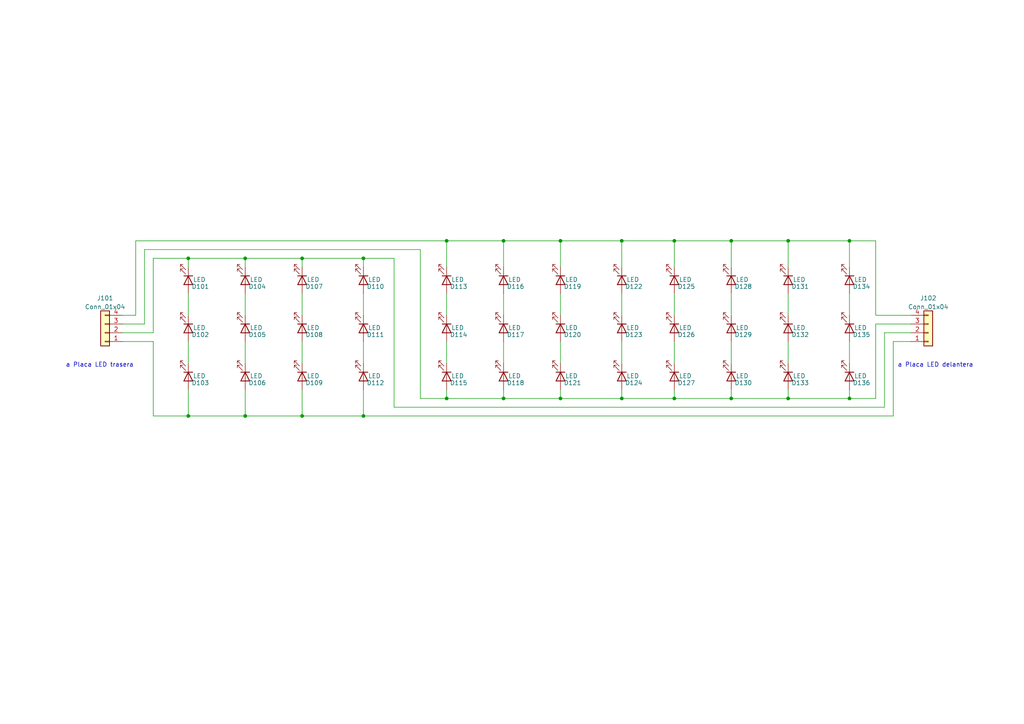
<source format=kicad_sch>
(kicad_sch (version 20211123) (generator eeschema)

  (uuid 8574a2f1-712e-44eb-bf22-1ce7dc326b8a)

  (paper "A4")

  (title_block
    (title "Barra de Cortocircuito para 3er Riel")
    (date "2022-07-12")
    (rev "2.2")
  )

  (lib_symbols
    (symbol "Connector_Generic:Conn_01x04" (pin_names (offset 1.016) hide) (in_bom yes) (on_board yes)
      (property "Reference" "J" (id 0) (at 0 5.08 0)
        (effects (font (size 1.27 1.27)))
      )
      (property "Value" "Conn_01x04" (id 1) (at 0 -7.62 0)
        (effects (font (size 1.27 1.27)))
      )
      (property "Footprint" "" (id 2) (at 0 0 0)
        (effects (font (size 1.27 1.27)) hide)
      )
      (property "Datasheet" "~" (id 3) (at 0 0 0)
        (effects (font (size 1.27 1.27)) hide)
      )
      (property "ki_keywords" "connector" (id 4) (at 0 0 0)
        (effects (font (size 1.27 1.27)) hide)
      )
      (property "ki_description" "Generic connector, single row, 01x04, script generated (kicad-library-utils/schlib/autogen/connector/)" (id 5) (at 0 0 0)
        (effects (font (size 1.27 1.27)) hide)
      )
      (property "ki_fp_filters" "Connector*:*_1x??_*" (id 6) (at 0 0 0)
        (effects (font (size 1.27 1.27)) hide)
      )
      (symbol "Conn_01x04_1_1"
        (rectangle (start -1.27 -4.953) (end 0 -5.207)
          (stroke (width 0.1524) (type default) (color 0 0 0 0))
          (fill (type none))
        )
        (rectangle (start -1.27 -2.413) (end 0 -2.667)
          (stroke (width 0.1524) (type default) (color 0 0 0 0))
          (fill (type none))
        )
        (rectangle (start -1.27 0.127) (end 0 -0.127)
          (stroke (width 0.1524) (type default) (color 0 0 0 0))
          (fill (type none))
        )
        (rectangle (start -1.27 2.667) (end 0 2.413)
          (stroke (width 0.1524) (type default) (color 0 0 0 0))
          (fill (type none))
        )
        (rectangle (start -1.27 3.81) (end 1.27 -6.35)
          (stroke (width 0.254) (type default) (color 0 0 0 0))
          (fill (type background))
        )
        (pin passive line (at -5.08 2.54 0) (length 3.81)
          (name "Pin_1" (effects (font (size 1.27 1.27))))
          (number "1" (effects (font (size 1.27 1.27))))
        )
        (pin passive line (at -5.08 0 0) (length 3.81)
          (name "Pin_2" (effects (font (size 1.27 1.27))))
          (number "2" (effects (font (size 1.27 1.27))))
        )
        (pin passive line (at -5.08 -2.54 0) (length 3.81)
          (name "Pin_3" (effects (font (size 1.27 1.27))))
          (number "3" (effects (font (size 1.27 1.27))))
        )
        (pin passive line (at -5.08 -5.08 0) (length 3.81)
          (name "Pin_4" (effects (font (size 1.27 1.27))))
          (number "4" (effects (font (size 1.27 1.27))))
        )
      )
    )
    (symbol "Device:LED" (pin_numbers hide) (pin_names (offset 1.016) hide) (in_bom yes) (on_board yes)
      (property "Reference" "D" (id 0) (at 0 2.54 0)
        (effects (font (size 1.27 1.27)))
      )
      (property "Value" "LED" (id 1) (at 0 -2.54 0)
        (effects (font (size 1.27 1.27)))
      )
      (property "Footprint" "" (id 2) (at 0 0 0)
        (effects (font (size 1.27 1.27)) hide)
      )
      (property "Datasheet" "~" (id 3) (at 0 0 0)
        (effects (font (size 1.27 1.27)) hide)
      )
      (property "ki_keywords" "LED diode" (id 4) (at 0 0 0)
        (effects (font (size 1.27 1.27)) hide)
      )
      (property "ki_description" "Light emitting diode" (id 5) (at 0 0 0)
        (effects (font (size 1.27 1.27)) hide)
      )
      (property "ki_fp_filters" "LED* LED_SMD:* LED_THT:*" (id 6) (at 0 0 0)
        (effects (font (size 1.27 1.27)) hide)
      )
      (symbol "LED_0_1"
        (polyline
          (pts
            (xy -1.27 -1.27)
            (xy -1.27 1.27)
          )
          (stroke (width 0.254) (type default) (color 0 0 0 0))
          (fill (type none))
        )
        (polyline
          (pts
            (xy -1.27 0)
            (xy 1.27 0)
          )
          (stroke (width 0) (type default) (color 0 0 0 0))
          (fill (type none))
        )
        (polyline
          (pts
            (xy 1.27 -1.27)
            (xy 1.27 1.27)
            (xy -1.27 0)
            (xy 1.27 -1.27)
          )
          (stroke (width 0.254) (type default) (color 0 0 0 0))
          (fill (type none))
        )
        (polyline
          (pts
            (xy -3.048 -0.762)
            (xy -4.572 -2.286)
            (xy -3.81 -2.286)
            (xy -4.572 -2.286)
            (xy -4.572 -1.524)
          )
          (stroke (width 0) (type default) (color 0 0 0 0))
          (fill (type none))
        )
        (polyline
          (pts
            (xy -1.778 -0.762)
            (xy -3.302 -2.286)
            (xy -2.54 -2.286)
            (xy -3.302 -2.286)
            (xy -3.302 -1.524)
          )
          (stroke (width 0) (type default) (color 0 0 0 0))
          (fill (type none))
        )
      )
      (symbol "LED_1_1"
        (pin passive line (at -3.81 0 0) (length 2.54)
          (name "K" (effects (font (size 1.27 1.27))))
          (number "1" (effects (font (size 1.27 1.27))))
        )
        (pin passive line (at 3.81 0 180) (length 2.54)
          (name "A" (effects (font (size 1.27 1.27))))
          (number "2" (effects (font (size 1.27 1.27))))
        )
      )
    )
  )

  (junction (at 129.54 115.57) (diameter 0) (color 0 0 0 0)
    (uuid 021ba211-0d6d-4e47-9c04-da96996ae444)
  )
  (junction (at 54.61 120.65) (diameter 0) (color 0 0 0 0)
    (uuid 078b996c-62c5-449e-8c3e-b9facb88abd8)
  )
  (junction (at 228.6 69.85) (diameter 0) (color 0 0 0 0)
    (uuid 23fe603d-4be3-4148-8368-8f97ecc31c17)
  )
  (junction (at 212.09 115.57) (diameter 0) (color 0 0 0 0)
    (uuid 2ae8e471-57f3-4c19-a091-647da102ffaf)
  )
  (junction (at 71.12 74.93) (diameter 0) (color 0 0 0 0)
    (uuid 50c3bb68-b00a-41be-bc0a-49fcdcec8b1f)
  )
  (junction (at 146.05 69.85) (diameter 0) (color 0 0 0 0)
    (uuid 50d4c914-f2f4-4669-9848-25e875618d9d)
  )
  (junction (at 180.34 69.85) (diameter 0) (color 0 0 0 0)
    (uuid 5ee42e93-ea25-4dec-9f2d-24e7646bee17)
  )
  (junction (at 129.54 69.85) (diameter 0) (color 0 0 0 0)
    (uuid 67065a1f-8312-4275-b167-c41df68c640c)
  )
  (junction (at 180.34 115.57) (diameter 0) (color 0 0 0 0)
    (uuid 67e4c62c-512f-45e8-9797-46aab567f469)
  )
  (junction (at 87.63 74.93) (diameter 0) (color 0 0 0 0)
    (uuid 69c452f0-6bf8-464c-bdd0-0e2d25d344c5)
  )
  (junction (at 105.41 74.93) (diameter 0) (color 0 0 0 0)
    (uuid 69d647eb-c79d-4e24-9564-7c19fde8f700)
  )
  (junction (at 162.56 115.57) (diameter 0) (color 0 0 0 0)
    (uuid 80ce53d6-166b-4eee-860a-c2d7c4ff277a)
  )
  (junction (at 162.56 69.85) (diameter 0) (color 0 0 0 0)
    (uuid 8ed77f6e-8b23-4e7e-8470-ae36d44ca60c)
  )
  (junction (at 195.58 69.85) (diameter 0) (color 0 0 0 0)
    (uuid 92d9f360-9295-4735-995b-075bc8c0a090)
  )
  (junction (at 228.6 115.57) (diameter 0) (color 0 0 0 0)
    (uuid 94491dab-bcc1-41a4-baf7-d8ad7e31a4a1)
  )
  (junction (at 54.61 74.93) (diameter 0) (color 0 0 0 0)
    (uuid 94c09777-2dcd-4639-858f-44d9d373818c)
  )
  (junction (at 246.38 115.57) (diameter 0) (color 0 0 0 0)
    (uuid a483422f-aa51-44db-91db-1fb490761851)
  )
  (junction (at 246.38 69.85) (diameter 0) (color 0 0 0 0)
    (uuid aa7efc0b-003b-4204-9773-2b56ff3c4bbf)
  )
  (junction (at 212.09 69.85) (diameter 0) (color 0 0 0 0)
    (uuid b82c80de-f2a2-4d01-9344-873a26af7bb1)
  )
  (junction (at 71.12 120.65) (diameter 0) (color 0 0 0 0)
    (uuid b99d6407-3f3e-431f-b7c2-e34d6d4fab3d)
  )
  (junction (at 87.63 120.65) (diameter 0) (color 0 0 0 0)
    (uuid d5dcb1ed-97b5-457e-95c8-fe24fd92b0b4)
  )
  (junction (at 105.41 120.65) (diameter 0) (color 0 0 0 0)
    (uuid dde3f3a6-314b-47af-9c5f-0b9e98bae1dc)
  )
  (junction (at 195.58 115.57) (diameter 0) (color 0 0 0 0)
    (uuid f34dc213-91a2-4714-bd9a-14f8c1279f4a)
  )
  (junction (at 146.05 115.57) (diameter 0) (color 0 0 0 0)
    (uuid f6d0cf9e-23c9-4ced-97ad-4bb33f43f3d0)
  )

  (wire (pts (xy 162.56 99.06) (xy 162.56 105.41))
    (stroke (width 0) (type default) (color 0 0 0 0))
    (uuid 01f839b0-0d6a-456f-a7eb-d8882853bffb)
  )
  (wire (pts (xy 228.6 99.06) (xy 228.6 105.41))
    (stroke (width 0) (type default) (color 0 0 0 0))
    (uuid 02097544-9d15-42fe-8dc8-f46428d88539)
  )
  (wire (pts (xy 212.09 69.85) (xy 212.09 77.47))
    (stroke (width 0) (type default) (color 0 0 0 0))
    (uuid 0425184d-9dd4-4d3a-8f95-0167668f5476)
  )
  (wire (pts (xy 256.54 96.52) (xy 264.16 96.52))
    (stroke (width 0) (type default) (color 0 0 0 0))
    (uuid 078c3542-132f-41a5-aa90-74cf8cf5c3a7)
  )
  (wire (pts (xy 212.09 115.57) (xy 228.6 115.57))
    (stroke (width 0) (type default) (color 0 0 0 0))
    (uuid 089b3277-17b4-4b1a-8662-296a3ebfaf2b)
  )
  (wire (pts (xy 228.6 113.03) (xy 228.6 115.57))
    (stroke (width 0) (type default) (color 0 0 0 0))
    (uuid 0d324ae0-580a-4c45-8ccf-6a2d234beb13)
  )
  (wire (pts (xy 259.08 99.06) (xy 259.08 120.65))
    (stroke (width 0) (type default) (color 0 0 0 0))
    (uuid 0f048af8-94a5-4708-911f-0b63fc79d181)
  )
  (wire (pts (xy 180.34 69.85) (xy 180.34 77.47))
    (stroke (width 0) (type default) (color 0 0 0 0))
    (uuid 10203456-cfd5-42dc-b24d-7490a2b06955)
  )
  (wire (pts (xy 195.58 113.03) (xy 195.58 115.57))
    (stroke (width 0) (type default) (color 0 0 0 0))
    (uuid 130ef429-878b-4282-881e-0360bf09adb6)
  )
  (wire (pts (xy 41.91 72.39) (xy 41.91 93.98))
    (stroke (width 0) (type default) (color 0 0 0 0))
    (uuid 1361473f-388b-4fbe-93e1-303535ee8932)
  )
  (wire (pts (xy 246.38 115.57) (xy 246.38 113.03))
    (stroke (width 0) (type default) (color 0 0 0 0))
    (uuid 14c0d514-baac-45ec-8aca-e39e57ef5099)
  )
  (wire (pts (xy 254 69.85) (xy 254 91.44))
    (stroke (width 0) (type default) (color 0 0 0 0))
    (uuid 196bac12-459b-4484-b17c-ebc0e4e4b1f6)
  )
  (wire (pts (xy 39.37 91.44) (xy 35.56 91.44))
    (stroke (width 0) (type default) (color 0 0 0 0))
    (uuid 1a287b17-c407-4e9a-83a2-7cbb7a0485fe)
  )
  (wire (pts (xy 105.41 77.47) (xy 105.41 74.93))
    (stroke (width 0) (type default) (color 0 0 0 0))
    (uuid 1e1438c6-6318-4940-95e9-b0141e7d3a6f)
  )
  (wire (pts (xy 87.63 74.93) (xy 105.41 74.93))
    (stroke (width 0) (type default) (color 0 0 0 0))
    (uuid 1ebe07b5-d64d-4b9b-964a-1f1c95c395eb)
  )
  (wire (pts (xy 228.6 69.85) (xy 228.6 77.47))
    (stroke (width 0) (type default) (color 0 0 0 0))
    (uuid 22a0523d-11f4-4d4e-9511-c9fe68b1714f)
  )
  (wire (pts (xy 44.45 99.06) (xy 44.45 120.65))
    (stroke (width 0) (type default) (color 0 0 0 0))
    (uuid 22f6e241-b144-492b-96db-d91404122b28)
  )
  (wire (pts (xy 87.63 120.65) (xy 105.41 120.65))
    (stroke (width 0) (type default) (color 0 0 0 0))
    (uuid 239e31b6-fc37-4054-b3a6-a8a68910ad93)
  )
  (wire (pts (xy 162.56 115.57) (xy 180.34 115.57))
    (stroke (width 0) (type default) (color 0 0 0 0))
    (uuid 28b82518-d5c8-4d5e-9b2d-445d2a16da0c)
  )
  (wire (pts (xy 146.05 115.57) (xy 162.56 115.57))
    (stroke (width 0) (type default) (color 0 0 0 0))
    (uuid 2c49fe94-ccf2-4e8e-ba3e-3d60978a6e1e)
  )
  (wire (pts (xy 87.63 113.03) (xy 87.63 120.65))
    (stroke (width 0) (type default) (color 0 0 0 0))
    (uuid 2d4dd2fb-5eb4-40f4-9ae8-40f8e6e8b72d)
  )
  (wire (pts (xy 87.63 74.93) (xy 71.12 74.93))
    (stroke (width 0) (type default) (color 0 0 0 0))
    (uuid 2e2765c8-ff6d-4453-8759-1ffbbc36e862)
  )
  (wire (pts (xy 146.05 85.09) (xy 146.05 91.44))
    (stroke (width 0) (type default) (color 0 0 0 0))
    (uuid 30e2edf6-4fe1-4d0e-8340-1f01eddef974)
  )
  (wire (pts (xy 228.6 115.57) (xy 246.38 115.57))
    (stroke (width 0) (type default) (color 0 0 0 0))
    (uuid 39be9d13-ce89-4dc2-b8d5-57f48562fcb3)
  )
  (wire (pts (xy 129.54 115.57) (xy 121.92 115.57))
    (stroke (width 0) (type default) (color 0 0 0 0))
    (uuid 39ea1eab-cb8f-46d4-aadb-fe3dee40392e)
  )
  (wire (pts (xy 180.34 115.57) (xy 180.34 113.03))
    (stroke (width 0) (type default) (color 0 0 0 0))
    (uuid 3bf7929a-1ed4-42e3-a630-2a1daee2336b)
  )
  (wire (pts (xy 212.09 85.09) (xy 212.09 91.44))
    (stroke (width 0) (type default) (color 0 0 0 0))
    (uuid 3f11e614-26ef-4a56-859d-420aaee1d497)
  )
  (wire (pts (xy 195.58 85.09) (xy 195.58 91.44))
    (stroke (width 0) (type default) (color 0 0 0 0))
    (uuid 3f12ce61-437a-43bb-a3c9-94d6e2f90cd7)
  )
  (wire (pts (xy 54.61 74.93) (xy 71.12 74.93))
    (stroke (width 0) (type default) (color 0 0 0 0))
    (uuid 4b5dd554-2606-41e1-aabd-878c1eed75ec)
  )
  (wire (pts (xy 264.16 91.44) (xy 254 91.44))
    (stroke (width 0) (type default) (color 0 0 0 0))
    (uuid 4c12ab24-ef5f-4843-a66c-540fee15acdc)
  )
  (wire (pts (xy 254 115.57) (xy 246.38 115.57))
    (stroke (width 0) (type default) (color 0 0 0 0))
    (uuid 4ccfca08-80f7-49fe-ade4-e2e0f89a45bd)
  )
  (wire (pts (xy 44.45 74.93) (xy 44.45 96.52))
    (stroke (width 0) (type default) (color 0 0 0 0))
    (uuid 4ff6e797-3824-47e8-9347-c602c582e87a)
  )
  (wire (pts (xy 195.58 69.85) (xy 195.58 77.47))
    (stroke (width 0) (type default) (color 0 0 0 0))
    (uuid 504a3027-80cc-4bca-b8c3-be07a721618e)
  )
  (wire (pts (xy 129.54 69.85) (xy 146.05 69.85))
    (stroke (width 0) (type default) (color 0 0 0 0))
    (uuid 55cae49f-21dc-4eed-81a2-9b7a6c5898a1)
  )
  (wire (pts (xy 246.38 69.85) (xy 246.38 77.47))
    (stroke (width 0) (type default) (color 0 0 0 0))
    (uuid 574c4191-3e1d-4c4b-a8bc-8eabdc6697f9)
  )
  (wire (pts (xy 105.41 99.06) (xy 105.41 105.41))
    (stroke (width 0) (type default) (color 0 0 0 0))
    (uuid 57b2bac6-b26b-40b1-8749-8ee085fe5d74)
  )
  (wire (pts (xy 114.3 118.11) (xy 256.54 118.11))
    (stroke (width 0) (type default) (color 0 0 0 0))
    (uuid 5c4f794d-079e-47c8-a29c-3426c78d09b9)
  )
  (wire (pts (xy 195.58 69.85) (xy 212.09 69.85))
    (stroke (width 0) (type default) (color 0 0 0 0))
    (uuid 5ed6793f-365d-478e-abd9-e9d9f54924cf)
  )
  (wire (pts (xy 146.05 99.06) (xy 146.05 105.41))
    (stroke (width 0) (type default) (color 0 0 0 0))
    (uuid 62e4fce6-26e9-4e50-a9de-77723b5cca92)
  )
  (wire (pts (xy 259.08 99.06) (xy 264.16 99.06))
    (stroke (width 0) (type default) (color 0 0 0 0))
    (uuid 66807d0e-1658-4fbb-a367-89da2f09ef4e)
  )
  (wire (pts (xy 44.45 74.93) (xy 54.61 74.93))
    (stroke (width 0) (type default) (color 0 0 0 0))
    (uuid 69c6d231-8b5d-4d56-b928-d711005a6784)
  )
  (wire (pts (xy 114.3 74.93) (xy 114.3 118.11))
    (stroke (width 0) (type default) (color 0 0 0 0))
    (uuid 6ceee9e6-27b1-451b-8a92-732c0b20e3c1)
  )
  (wire (pts (xy 54.61 120.65) (xy 71.12 120.65))
    (stroke (width 0) (type default) (color 0 0 0 0))
    (uuid 6ea3c350-7db0-4aee-a1cf-972ee4fa00bf)
  )
  (wire (pts (xy 105.41 85.09) (xy 105.41 91.44))
    (stroke (width 0) (type default) (color 0 0 0 0))
    (uuid 710e1f7a-49ce-4484-ad17-7444e68ce68a)
  )
  (wire (pts (xy 71.12 113.03) (xy 71.12 120.65))
    (stroke (width 0) (type default) (color 0 0 0 0))
    (uuid 785f0005-b425-4b7c-8b07-d2eb05231a73)
  )
  (wire (pts (xy 54.61 113.03) (xy 54.61 120.65))
    (stroke (width 0) (type default) (color 0 0 0 0))
    (uuid 787d088d-3922-411f-90ac-ba853b7a3840)
  )
  (wire (pts (xy 129.54 69.85) (xy 39.37 69.85))
    (stroke (width 0) (type default) (color 0 0 0 0))
    (uuid 81a771da-1275-47b8-8f4b-5bd9807727c2)
  )
  (wire (pts (xy 71.12 99.06) (xy 71.12 105.41))
    (stroke (width 0) (type default) (color 0 0 0 0))
    (uuid 827f1987-a15b-4504-a75b-a762e80949ee)
  )
  (wire (pts (xy 35.56 93.98) (xy 41.91 93.98))
    (stroke (width 0) (type default) (color 0 0 0 0))
    (uuid 8298e236-e819-4f12-8fd3-c78e0b115e46)
  )
  (wire (pts (xy 87.63 77.47) (xy 87.63 74.93))
    (stroke (width 0) (type default) (color 0 0 0 0))
    (uuid 87c28fb9-25b2-43d1-8eba-c11ea2bdd4d2)
  )
  (wire (pts (xy 180.34 115.57) (xy 195.58 115.57))
    (stroke (width 0) (type default) (color 0 0 0 0))
    (uuid 89d20320-86a6-46ad-a42a-8c2314733154)
  )
  (wire (pts (xy 105.41 113.03) (xy 105.41 120.65))
    (stroke (width 0) (type default) (color 0 0 0 0))
    (uuid 8e62da42-1333-454e-b04c-3fd2444f939f)
  )
  (wire (pts (xy 54.61 77.47) (xy 54.61 74.93))
    (stroke (width 0) (type default) (color 0 0 0 0))
    (uuid 958c0a7d-da86-47d3-99fe-c34b4f04b645)
  )
  (wire (pts (xy 39.37 69.85) (xy 39.37 91.44))
    (stroke (width 0) (type default) (color 0 0 0 0))
    (uuid 9757ddb2-d793-41db-a771-7c185d46b21b)
  )
  (wire (pts (xy 146.05 69.85) (xy 162.56 69.85))
    (stroke (width 0) (type default) (color 0 0 0 0))
    (uuid 99040265-218a-4f05-b4fe-9051febb017d)
  )
  (wire (pts (xy 129.54 113.03) (xy 129.54 115.57))
    (stroke (width 0) (type default) (color 0 0 0 0))
    (uuid 9bc7aed0-7f17-4e6c-b662-816b115ea6f4)
  )
  (wire (pts (xy 246.38 69.85) (xy 254 69.85))
    (stroke (width 0) (type default) (color 0 0 0 0))
    (uuid 9cc380ee-a499-47f7-9586-e605f6b367f7)
  )
  (wire (pts (xy 162.56 69.85) (xy 180.34 69.85))
    (stroke (width 0) (type default) (color 0 0 0 0))
    (uuid 9d2d029a-57a5-4055-bf83-60317ae493b1)
  )
  (wire (pts (xy 71.12 85.09) (xy 71.12 91.44))
    (stroke (width 0) (type default) (color 0 0 0 0))
    (uuid a049b2c7-c671-4f1b-93bd-312295c9f6dc)
  )
  (wire (pts (xy 162.56 113.03) (xy 162.56 115.57))
    (stroke (width 0) (type default) (color 0 0 0 0))
    (uuid a0bf76e4-6cbb-445a-976b-85af6c07e732)
  )
  (wire (pts (xy 121.92 115.57) (xy 121.92 72.39))
    (stroke (width 0) (type default) (color 0 0 0 0))
    (uuid a1e681d4-4b3e-408f-a33a-4f29eb99d346)
  )
  (wire (pts (xy 254 93.98) (xy 264.16 93.98))
    (stroke (width 0) (type default) (color 0 0 0 0))
    (uuid a49f1e02-d3a6-449d-a985-cc9f52df6190)
  )
  (wire (pts (xy 162.56 69.85) (xy 162.56 77.47))
    (stroke (width 0) (type default) (color 0 0 0 0))
    (uuid a50c9bf0-394b-4fe6-bbe4-3a3bcc23d7cd)
  )
  (wire (pts (xy 195.58 115.57) (xy 212.09 115.57))
    (stroke (width 0) (type default) (color 0 0 0 0))
    (uuid a8be7647-0e55-4d8b-9e25-4ff0a9d2338d)
  )
  (wire (pts (xy 256.54 96.52) (xy 256.54 118.11))
    (stroke (width 0) (type default) (color 0 0 0 0))
    (uuid a9ed50ef-143b-489f-94a0-ff36a1d00ee2)
  )
  (wire (pts (xy 162.56 85.09) (xy 162.56 91.44))
    (stroke (width 0) (type default) (color 0 0 0 0))
    (uuid ac643886-d90c-494a-9507-30ce84efb262)
  )
  (wire (pts (xy 105.41 120.65) (xy 259.08 120.65))
    (stroke (width 0) (type default) (color 0 0 0 0))
    (uuid aebb0e10-c72c-4624-bb35-48cd20067dbb)
  )
  (wire (pts (xy 212.09 99.06) (xy 212.09 105.41))
    (stroke (width 0) (type default) (color 0 0 0 0))
    (uuid b1218fac-7410-4bd3-8948-41ac84e534ca)
  )
  (wire (pts (xy 246.38 85.09) (xy 246.38 91.44))
    (stroke (width 0) (type default) (color 0 0 0 0))
    (uuid b53818c0-35e1-4eb8-90e0-e7ed07f2fcee)
  )
  (wire (pts (xy 129.54 69.85) (xy 129.54 77.47))
    (stroke (width 0) (type default) (color 0 0 0 0))
    (uuid b6e53515-7b5c-4462-ac58-92f315670d48)
  )
  (wire (pts (xy 254 93.98) (xy 254 115.57))
    (stroke (width 0) (type default) (color 0 0 0 0))
    (uuid b8e13119-53d9-4006-a114-de866b916f03)
  )
  (wire (pts (xy 212.09 113.03) (xy 212.09 115.57))
    (stroke (width 0) (type default) (color 0 0 0 0))
    (uuid bb4731c2-8d38-4c47-90f3-c6e72cf3c81c)
  )
  (wire (pts (xy 87.63 99.06) (xy 87.63 105.41))
    (stroke (width 0) (type default) (color 0 0 0 0))
    (uuid c41b122d-8752-4ca2-bf8a-5ad41fadd33e)
  )
  (wire (pts (xy 71.12 74.93) (xy 71.12 77.47))
    (stroke (width 0) (type default) (color 0 0 0 0))
    (uuid c45d2f23-a7d9-422b-9063-6351fa9e261a)
  )
  (wire (pts (xy 228.6 85.09) (xy 228.6 91.44))
    (stroke (width 0) (type default) (color 0 0 0 0))
    (uuid c677ba88-a62e-4a6b-be7e-00c7eed5a1b5)
  )
  (wire (pts (xy 41.91 72.39) (xy 121.92 72.39))
    (stroke (width 0) (type default) (color 0 0 0 0))
    (uuid c7c9e79d-ecf2-4925-a9e3-a35fe2b3ece7)
  )
  (wire (pts (xy 246.38 99.06) (xy 246.38 105.41))
    (stroke (width 0) (type default) (color 0 0 0 0))
    (uuid cc599932-8d3c-49bb-9176-947f605f25ba)
  )
  (wire (pts (xy 44.45 120.65) (xy 54.61 120.65))
    (stroke (width 0) (type default) (color 0 0 0 0))
    (uuid cdd5373c-a7d9-4365-b8d6-1dc68adb718e)
  )
  (wire (pts (xy 105.41 74.93) (xy 114.3 74.93))
    (stroke (width 0) (type default) (color 0 0 0 0))
    (uuid ceba1888-29f3-4388-b3b9-bb248df48b33)
  )
  (wire (pts (xy 71.12 120.65) (xy 87.63 120.65))
    (stroke (width 0) (type default) (color 0 0 0 0))
    (uuid d1b3230a-c4d8-4637-b92f-29485b7f5ed9)
  )
  (wire (pts (xy 54.61 99.06) (xy 54.61 105.41))
    (stroke (width 0) (type default) (color 0 0 0 0))
    (uuid d2b0b291-dca2-4df8-b37e-694b2c39a610)
  )
  (wire (pts (xy 54.61 85.09) (xy 54.61 91.44))
    (stroke (width 0) (type default) (color 0 0 0 0))
    (uuid d8387ea5-9ec0-43f4-ad4d-ee4f836e4758)
  )
  (wire (pts (xy 212.09 69.85) (xy 228.6 69.85))
    (stroke (width 0) (type default) (color 0 0 0 0))
    (uuid d9c3d2f3-401b-4577-a404-422b1307e6cd)
  )
  (wire (pts (xy 87.63 85.09) (xy 87.63 91.44))
    (stroke (width 0) (type default) (color 0 0 0 0))
    (uuid e38f631e-4a10-444a-b866-c685e36ff65e)
  )
  (wire (pts (xy 228.6 69.85) (xy 246.38 69.85))
    (stroke (width 0) (type default) (color 0 0 0 0))
    (uuid e3bd77ac-1a04-4ddd-a4eb-60b654b020b6)
  )
  (wire (pts (xy 35.56 96.52) (xy 44.45 96.52))
    (stroke (width 0) (type default) (color 0 0 0 0))
    (uuid e55feb95-5a61-4c68-af21-c43923b15407)
  )
  (wire (pts (xy 129.54 85.09) (xy 129.54 91.44))
    (stroke (width 0) (type default) (color 0 0 0 0))
    (uuid e5c598c6-949b-4435-beb1-520c65fdad9a)
  )
  (wire (pts (xy 129.54 115.57) (xy 146.05 115.57))
    (stroke (width 0) (type default) (color 0 0 0 0))
    (uuid ece05d86-7f18-491f-989e-c312221b2186)
  )
  (wire (pts (xy 129.54 99.06) (xy 129.54 105.41))
    (stroke (width 0) (type default) (color 0 0 0 0))
    (uuid ee2bd6b7-23bf-4977-874f-32732c822664)
  )
  (wire (pts (xy 146.05 113.03) (xy 146.05 115.57))
    (stroke (width 0) (type default) (color 0 0 0 0))
    (uuid f04bba51-020a-413f-9895-01cdea2f6519)
  )
  (wire (pts (xy 195.58 99.06) (xy 195.58 105.41))
    (stroke (width 0) (type default) (color 0 0 0 0))
    (uuid f8a02c4a-b726-4014-9544-9f1c91ab81e2)
  )
  (wire (pts (xy 146.05 69.85) (xy 146.05 77.47))
    (stroke (width 0) (type default) (color 0 0 0 0))
    (uuid fbe5e969-361b-4045-82c0-033c64415df2)
  )
  (wire (pts (xy 180.34 99.06) (xy 180.34 105.41))
    (stroke (width 0) (type default) (color 0 0 0 0))
    (uuid fc1d167a-7147-4d3a-ab12-ba859845b48a)
  )
  (wire (pts (xy 35.56 99.06) (xy 44.45 99.06))
    (stroke (width 0) (type default) (color 0 0 0 0))
    (uuid fd1615ca-4933-432b-aaf3-e3d3438f33e2)
  )
  (wire (pts (xy 180.34 69.85) (xy 195.58 69.85))
    (stroke (width 0) (type default) (color 0 0 0 0))
    (uuid fecacdf2-62aa-4c5e-8a85-916a2425da81)
  )
  (wire (pts (xy 180.34 85.09) (xy 180.34 91.44))
    (stroke (width 0) (type default) (color 0 0 0 0))
    (uuid ff223729-20a5-43f6-80ec-0c33fc03e9ae)
  )

  (text "a Placa LED delantera" (at 260.35 106.68 0)
    (effects (font (size 1.27 1.27)) (justify left bottom))
    (uuid 8e6c83d4-f2ab-444b-8a20-a2a799c264d6)
  )
  (text "a Placa LED trasera" (at 19.05 106.68 0)
    (effects (font (size 1.27 1.27)) (justify left bottom))
    (uuid ca5e92e1-c3fd-4b67-9bed-ba2a30e3e8a2)
  )

  (symbol (lib_id "Device:LED") (at 180.34 109.22 270) (unit 1)
    (in_bom yes) (on_board yes)
    (uuid 00000000-0000-0000-0000-00006224015b)
    (property "Reference" "D124" (id 0) (at 183.8452 111.0488 90))
    (property "Value" "LED" (id 1) (at 183.5404 109.0422 90))
    (property "Footprint" "LED_SMD:LED_PLCC_2835" (id 2) (at 180.34 109.22 0)
      (effects (font (size 1.27 1.27)) hide)
    )
    (property "Datasheet" "~" (id 3) (at 180.34 109.22 0)
      (effects (font (size 1.27 1.27)) hide)
    )
    (pin "1" (uuid 73904120-f78d-401f-9ee8-5428f54220f9))
    (pin "2" (uuid bde6e591-65c1-4534-a3cb-df5ea0f39a01))
  )

  (symbol (lib_id "Device:LED") (at 180.34 95.25 270) (unit 1)
    (in_bom yes) (on_board yes)
    (uuid 00000000-0000-0000-0000-000062240161)
    (property "Reference" "D123" (id 0) (at 183.8452 97.0788 90))
    (property "Value" "LED" (id 1) (at 183.5404 95.0722 90))
    (property "Footprint" "LED_SMD:LED_PLCC_2835" (id 2) (at 180.34 95.25 0)
      (effects (font (size 1.27 1.27)) hide)
    )
    (property "Datasheet" "~" (id 3) (at 180.34 95.25 0)
      (effects (font (size 1.27 1.27)) hide)
    )
    (pin "1" (uuid 178e843a-f83b-4837-a62e-8733663974a8))
    (pin "2" (uuid f511a21b-bc7e-42c2-9f31-02fe97b646a4))
  )

  (symbol (lib_id "Device:LED") (at 180.34 81.28 270) (unit 1)
    (in_bom yes) (on_board yes)
    (uuid 00000000-0000-0000-0000-000062240168)
    (property "Reference" "D122" (id 0) (at 183.8452 83.1088 90))
    (property "Value" "LED" (id 1) (at 183.5404 81.1022 90))
    (property "Footprint" "LED_SMD:LED_PLCC_2835" (id 2) (at 180.34 81.28 0)
      (effects (font (size 1.27 1.27)) hide)
    )
    (property "Datasheet" "~" (id 3) (at 180.34 81.28 0)
      (effects (font (size 1.27 1.27)) hide)
    )
    (pin "1" (uuid eedb713c-382f-4fab-abe0-e8ca980bf03b))
    (pin "2" (uuid 8d6cd47e-cdb7-4b40-be40-165ded1cf6d2))
  )

  (symbol (lib_id "Device:LED") (at 162.56 109.22 270) (unit 1)
    (in_bom yes) (on_board yes)
    (uuid 00000000-0000-0000-0000-00006224016f)
    (property "Reference" "D121" (id 0) (at 166.0652 111.0488 90))
    (property "Value" "LED" (id 1) (at 165.7604 109.0422 90))
    (property "Footprint" "LED_SMD:LED_PLCC_2835" (id 2) (at 162.56 109.22 0)
      (effects (font (size 1.27 1.27)) hide)
    )
    (property "Datasheet" "~" (id 3) (at 162.56 109.22 0)
      (effects (font (size 1.27 1.27)) hide)
    )
    (pin "1" (uuid 00af0874-f693-4355-bb07-ae75e4941986))
    (pin "2" (uuid 78685e18-e995-4d18-a5e9-ec4492ea045b))
  )

  (symbol (lib_id "Device:LED") (at 162.56 95.25 270) (unit 1)
    (in_bom yes) (on_board yes)
    (uuid 00000000-0000-0000-0000-000062240175)
    (property "Reference" "D120" (id 0) (at 166.0652 97.0788 90))
    (property "Value" "LED" (id 1) (at 165.7604 95.0722 90))
    (property "Footprint" "LED_SMD:LED_PLCC_2835" (id 2) (at 162.56 95.25 0)
      (effects (font (size 1.27 1.27)) hide)
    )
    (property "Datasheet" "~" (id 3) (at 162.56 95.25 0)
      (effects (font (size 1.27 1.27)) hide)
    )
    (pin "1" (uuid 005ddb2f-739b-4aeb-ad55-70fce5ca66e9))
    (pin "2" (uuid 5dc7007d-b237-4b94-90d7-8f28cd76f869))
  )

  (symbol (lib_id "Device:LED") (at 162.56 81.28 270) (unit 1)
    (in_bom yes) (on_board yes)
    (uuid 00000000-0000-0000-0000-00006224017c)
    (property "Reference" "D119" (id 0) (at 166.0652 83.1088 90))
    (property "Value" "LED" (id 1) (at 165.7604 81.1022 90))
    (property "Footprint" "LED_SMD:LED_PLCC_2835" (id 2) (at 162.56 81.28 0)
      (effects (font (size 1.27 1.27)) hide)
    )
    (property "Datasheet" "~" (id 3) (at 162.56 81.28 0)
      (effects (font (size 1.27 1.27)) hide)
    )
    (pin "1" (uuid d4c02a93-2e08-4e4e-a6b9-a05b8ce3fb63))
    (pin "2" (uuid 2175c4f4-ca07-4e38-b4d5-b209dd5f3a5d))
  )

  (symbol (lib_id "Device:LED") (at 146.05 109.22 270) (unit 1)
    (in_bom yes) (on_board yes)
    (uuid 00000000-0000-0000-0000-000062240183)
    (property "Reference" "D118" (id 0) (at 149.5552 111.0488 90))
    (property "Value" "LED" (id 1) (at 149.2504 109.0422 90))
    (property "Footprint" "LED_SMD:LED_PLCC_2835" (id 2) (at 146.05 109.22 0)
      (effects (font (size 1.27 1.27)) hide)
    )
    (property "Datasheet" "~" (id 3) (at 146.05 109.22 0)
      (effects (font (size 1.27 1.27)) hide)
    )
    (pin "1" (uuid 5e321770-f47c-4a2b-830b-47b3177f2cf8))
    (pin "2" (uuid 4e6fa681-0e1f-4d2b-a71d-879612e50555))
  )

  (symbol (lib_id "Device:LED") (at 146.05 95.25 270) (unit 1)
    (in_bom yes) (on_board yes)
    (uuid 00000000-0000-0000-0000-000062240189)
    (property "Reference" "D117" (id 0) (at 149.5552 97.0788 90))
    (property "Value" "LED" (id 1) (at 149.2504 95.0722 90))
    (property "Footprint" "LED_SMD:LED_PLCC_2835" (id 2) (at 146.05 95.25 0)
      (effects (font (size 1.27 1.27)) hide)
    )
    (property "Datasheet" "~" (id 3) (at 146.05 95.25 0)
      (effects (font (size 1.27 1.27)) hide)
    )
    (pin "1" (uuid a39f19a9-04b5-42d1-85f5-724438c63783))
    (pin "2" (uuid ab5c324b-4310-4255-881b-73d88996c927))
  )

  (symbol (lib_id "Device:LED") (at 146.05 81.28 270) (unit 1)
    (in_bom yes) (on_board yes)
    (uuid 00000000-0000-0000-0000-000062240190)
    (property "Reference" "D116" (id 0) (at 149.5552 83.1088 90))
    (property "Value" "LED" (id 1) (at 149.2504 81.1022 90))
    (property "Footprint" "LED_SMD:LED_PLCC_2835" (id 2) (at 146.05 81.28 0)
      (effects (font (size 1.27 1.27)) hide)
    )
    (property "Datasheet" "~" (id 3) (at 146.05 81.28 0)
      (effects (font (size 1.27 1.27)) hide)
    )
    (pin "1" (uuid 494d733d-0786-4ecf-aa85-d13b01bd988a))
    (pin "2" (uuid e41e2434-8bbf-49bf-b130-c86db9c3fecd))
  )

  (symbol (lib_id "Device:LED") (at 129.54 109.22 270) (unit 1)
    (in_bom yes) (on_board yes)
    (uuid 00000000-0000-0000-0000-000062240197)
    (property "Reference" "D115" (id 0) (at 133.0452 111.0488 90))
    (property "Value" "LED" (id 1) (at 132.7404 109.0422 90))
    (property "Footprint" "LED_SMD:LED_PLCC_2835" (id 2) (at 129.54 109.22 0)
      (effects (font (size 1.27 1.27)) hide)
    )
    (property "Datasheet" "~" (id 3) (at 129.54 109.22 0)
      (effects (font (size 1.27 1.27)) hide)
    )
    (pin "1" (uuid 65a817c9-5fe3-4118-9ecf-6de20948e265))
    (pin "2" (uuid e47c6428-dc69-4b5e-befa-6dda5bf135d9))
  )

  (symbol (lib_id "Device:LED") (at 129.54 95.25 270) (unit 1)
    (in_bom yes) (on_board yes)
    (uuid 00000000-0000-0000-0000-00006224019d)
    (property "Reference" "D114" (id 0) (at 133.0452 97.0788 90))
    (property "Value" "LED" (id 1) (at 132.7404 95.0722 90))
    (property "Footprint" "LED_SMD:LED_PLCC_2835" (id 2) (at 129.54 95.25 0)
      (effects (font (size 1.27 1.27)) hide)
    )
    (property "Datasheet" "~" (id 3) (at 129.54 95.25 0)
      (effects (font (size 1.27 1.27)) hide)
    )
    (pin "1" (uuid d49151fa-bc78-42ec-9bfe-b2e8a3abb7e4))
    (pin "2" (uuid 64cc7e21-13a2-4f9d-bb91-dd94ef44896e))
  )

  (symbol (lib_id "Device:LED") (at 129.54 81.28 270) (unit 1)
    (in_bom yes) (on_board yes)
    (uuid 00000000-0000-0000-0000-0000622401a4)
    (property "Reference" "D113" (id 0) (at 133.0452 83.1088 90))
    (property "Value" "LED" (id 1) (at 132.7404 81.1022 90))
    (property "Footprint" "LED_SMD:LED_PLCC_2835" (id 2) (at 129.54 81.28 0)
      (effects (font (size 1.27 1.27)) hide)
    )
    (property "Datasheet" "~" (id 3) (at 129.54 81.28 0)
      (effects (font (size 1.27 1.27)) hide)
    )
    (pin "1" (uuid c62092cb-6b56-4a57-bd1b-6fde6db0d5fa))
    (pin "2" (uuid 3232bf95-830b-446b-8ad1-5d02eeadba04))
  )

  (symbol (lib_id "Device:LED") (at 246.38 109.22 270) (unit 1)
    (in_bom yes) (on_board yes)
    (uuid 00000000-0000-0000-0000-0000622401c1)
    (property "Reference" "D136" (id 0) (at 249.8852 111.0488 90))
    (property "Value" "LED" (id 1) (at 249.5804 109.0422 90))
    (property "Footprint" "LED_SMD:LED_PLCC_2835" (id 2) (at 246.38 109.22 0)
      (effects (font (size 1.27 1.27)) hide)
    )
    (property "Datasheet" "~" (id 3) (at 246.38 109.22 0)
      (effects (font (size 1.27 1.27)) hide)
    )
    (pin "1" (uuid 9ba5e96a-989f-4d84-b161-9ecf036f007a))
    (pin "2" (uuid 88b9a2d2-ae2a-4832-8454-309630d5c89e))
  )

  (symbol (lib_id "Device:LED") (at 246.38 95.25 270) (unit 1)
    (in_bom yes) (on_board yes)
    (uuid 00000000-0000-0000-0000-0000622401c7)
    (property "Reference" "D135" (id 0) (at 249.8852 97.0788 90))
    (property "Value" "LED" (id 1) (at 249.5804 95.0722 90))
    (property "Footprint" "LED_SMD:LED_PLCC_2835" (id 2) (at 246.38 95.25 0)
      (effects (font (size 1.27 1.27)) hide)
    )
    (property "Datasheet" "~" (id 3) (at 246.38 95.25 0)
      (effects (font (size 1.27 1.27)) hide)
    )
    (pin "1" (uuid 5c25a3d2-0068-43fb-b9b8-b2da31c82c26))
    (pin "2" (uuid f522c2df-79e1-45f1-a737-597e46097a89))
  )

  (symbol (lib_id "Device:LED") (at 246.38 81.28 270) (unit 1)
    (in_bom yes) (on_board yes)
    (uuid 00000000-0000-0000-0000-0000622401ce)
    (property "Reference" "D134" (id 0) (at 249.8852 83.1088 90))
    (property "Value" "LED" (id 1) (at 249.5804 81.1022 90))
    (property "Footprint" "LED_SMD:LED_PLCC_2835" (id 2) (at 246.38 81.28 0)
      (effects (font (size 1.27 1.27)) hide)
    )
    (property "Datasheet" "~" (id 3) (at 246.38 81.28 0)
      (effects (font (size 1.27 1.27)) hide)
    )
    (pin "1" (uuid 393b26e2-41bc-4654-a935-98eff5555264))
    (pin "2" (uuid e07528a9-ee4f-4011-8fe9-cc29c4d3ddc6))
  )

  (symbol (lib_id "Device:LED") (at 228.6 109.22 270) (unit 1)
    (in_bom yes) (on_board yes)
    (uuid 00000000-0000-0000-0000-0000622401d5)
    (property "Reference" "D133" (id 0) (at 232.1052 111.0488 90))
    (property "Value" "LED" (id 1) (at 231.8004 109.0422 90))
    (property "Footprint" "LED_SMD:LED_PLCC_2835" (id 2) (at 228.6 109.22 0)
      (effects (font (size 1.27 1.27)) hide)
    )
    (property "Datasheet" "~" (id 3) (at 228.6 109.22 0)
      (effects (font (size 1.27 1.27)) hide)
    )
    (pin "1" (uuid 6dd8a1bd-87ec-4212-b43c-b5362560cda3))
    (pin "2" (uuid 2557d891-0d6e-424f-abe5-6c2c47825fee))
  )

  (symbol (lib_id "Device:LED") (at 228.6 95.25 270) (unit 1)
    (in_bom yes) (on_board yes)
    (uuid 00000000-0000-0000-0000-0000622401db)
    (property "Reference" "D132" (id 0) (at 232.1052 97.0788 90))
    (property "Value" "LED" (id 1) (at 231.8004 95.0722 90))
    (property "Footprint" "LED_SMD:LED_PLCC_2835" (id 2) (at 228.6 95.25 0)
      (effects (font (size 1.27 1.27)) hide)
    )
    (property "Datasheet" "~" (id 3) (at 228.6 95.25 0)
      (effects (font (size 1.27 1.27)) hide)
    )
    (pin "1" (uuid f21c6def-c13f-4a3f-8d68-935614e12d5f))
    (pin "2" (uuid 9d954c5d-a9dd-4b9a-90ce-3002064645d3))
  )

  (symbol (lib_id "Device:LED") (at 228.6 81.28 270) (unit 1)
    (in_bom yes) (on_board yes)
    (uuid 00000000-0000-0000-0000-0000622401e2)
    (property "Reference" "D131" (id 0) (at 232.1052 83.1088 90))
    (property "Value" "LED" (id 1) (at 231.8004 81.1022 90))
    (property "Footprint" "LED_SMD:LED_PLCC_2835" (id 2) (at 228.6 81.28 0)
      (effects (font (size 1.27 1.27)) hide)
    )
    (property "Datasheet" "~" (id 3) (at 228.6 81.28 0)
      (effects (font (size 1.27 1.27)) hide)
    )
    (pin "1" (uuid 40eb4ea1-7e72-43ca-b5a7-fdc0ecaaf275))
    (pin "2" (uuid e5736d2a-ba58-4ec7-8350-fe770d612fe5))
  )

  (symbol (lib_id "Device:LED") (at 212.09 109.22 270) (unit 1)
    (in_bom yes) (on_board yes)
    (uuid 00000000-0000-0000-0000-0000622401e9)
    (property "Reference" "D130" (id 0) (at 215.5952 111.0488 90))
    (property "Value" "LED" (id 1) (at 215.2904 109.0422 90))
    (property "Footprint" "LED_SMD:LED_PLCC_2835" (id 2) (at 212.09 109.22 0)
      (effects (font (size 1.27 1.27)) hide)
    )
    (property "Datasheet" "~" (id 3) (at 212.09 109.22 0)
      (effects (font (size 1.27 1.27)) hide)
    )
    (pin "1" (uuid eaa00ac0-33f4-42ba-b498-87fd4686bb48))
    (pin "2" (uuid a1c31042-51ac-431c-8298-55d976f7137c))
  )

  (symbol (lib_id "Device:LED") (at 212.09 95.25 270) (unit 1)
    (in_bom yes) (on_board yes)
    (uuid 00000000-0000-0000-0000-0000622401ef)
    (property "Reference" "D129" (id 0) (at 215.5952 97.0788 90))
    (property "Value" "LED" (id 1) (at 215.2904 95.0722 90))
    (property "Footprint" "LED_SMD:LED_PLCC_2835" (id 2) (at 212.09 95.25 0)
      (effects (font (size 1.27 1.27)) hide)
    )
    (property "Datasheet" "~" (id 3) (at 212.09 95.25 0)
      (effects (font (size 1.27 1.27)) hide)
    )
    (pin "1" (uuid 242b494a-dec8-4f1b-9b48-63a57252a616))
    (pin "2" (uuid 49796623-f7d5-461a-b643-a439060789d5))
  )

  (symbol (lib_id "Device:LED") (at 212.09 81.28 270) (unit 1)
    (in_bom yes) (on_board yes)
    (uuid 00000000-0000-0000-0000-0000622401f6)
    (property "Reference" "D128" (id 0) (at 215.5952 83.1088 90))
    (property "Value" "LED" (id 1) (at 215.2904 81.1022 90))
    (property "Footprint" "LED_SMD:LED_PLCC_2835" (id 2) (at 212.09 81.28 0)
      (effects (font (size 1.27 1.27)) hide)
    )
    (property "Datasheet" "~" (id 3) (at 212.09 81.28 0)
      (effects (font (size 1.27 1.27)) hide)
    )
    (pin "1" (uuid a6ada5a5-8dd3-426c-b839-8800f9200860))
    (pin "2" (uuid b5ce051a-d63d-437b-ad3b-e90bc63637d6))
  )

  (symbol (lib_id "Device:LED") (at 195.58 109.22 270) (unit 1)
    (in_bom yes) (on_board yes)
    (uuid 00000000-0000-0000-0000-0000622401fd)
    (property "Reference" "D127" (id 0) (at 199.0852 111.0488 90))
    (property "Value" "LED" (id 1) (at 198.7804 109.0422 90))
    (property "Footprint" "LED_SMD:LED_PLCC_2835" (id 2) (at 195.58 109.22 0)
      (effects (font (size 1.27 1.27)) hide)
    )
    (property "Datasheet" "~" (id 3) (at 195.58 109.22 0)
      (effects (font (size 1.27 1.27)) hide)
    )
    (pin "1" (uuid 4456472f-c21c-47e0-a6aa-b58feb923f4e))
    (pin "2" (uuid 03ae4e39-6953-4dfd-bba6-59ee0423a3b7))
  )

  (symbol (lib_id "Device:LED") (at 195.58 95.25 270) (unit 1)
    (in_bom yes) (on_board yes)
    (uuid 00000000-0000-0000-0000-000062240203)
    (property "Reference" "D126" (id 0) (at 199.0852 97.0788 90))
    (property "Value" "LED" (id 1) (at 198.7804 95.0722 90))
    (property "Footprint" "LED_SMD:LED_PLCC_2835" (id 2) (at 195.58 95.25 0)
      (effects (font (size 1.27 1.27)) hide)
    )
    (property "Datasheet" "~" (id 3) (at 195.58 95.25 0)
      (effects (font (size 1.27 1.27)) hide)
    )
    (pin "1" (uuid 0c62f2c7-bd1c-4da0-b1fb-d4c4d0004ee2))
    (pin "2" (uuid f4fba686-d64c-4b8e-8b7d-7f04cf7c36af))
  )

  (symbol (lib_id "Device:LED") (at 195.58 81.28 270) (unit 1)
    (in_bom yes) (on_board yes)
    (uuid 00000000-0000-0000-0000-00006224020a)
    (property "Reference" "D125" (id 0) (at 199.0852 83.1088 90))
    (property "Value" "LED" (id 1) (at 198.7804 81.1022 90))
    (property "Footprint" "LED_SMD:LED_PLCC_2835" (id 2) (at 195.58 81.28 0)
      (effects (font (size 1.27 1.27)) hide)
    )
    (property "Datasheet" "~" (id 3) (at 195.58 81.28 0)
      (effects (font (size 1.27 1.27)) hide)
    )
    (pin "1" (uuid 4008a6ef-e19e-43d3-a9c0-a2829f0128c4))
    (pin "2" (uuid d5f1ca46-b24b-4fbe-aba9-df0dd2bc6f67))
  )

  (symbol (lib_id "Device:LED") (at 105.41 109.22 270) (unit 1)
    (in_bom yes) (on_board yes)
    (uuid 00000000-0000-0000-0000-000062240211)
    (property "Reference" "D112" (id 0) (at 108.9152 111.0488 90))
    (property "Value" "LED" (id 1) (at 108.6104 109.0422 90))
    (property "Footprint" "LED_SMD:LED_PLCC_2835" (id 2) (at 105.41 109.22 0)
      (effects (font (size 1.27 1.27)) hide)
    )
    (property "Datasheet" "~" (id 3) (at 105.41 109.22 0)
      (effects (font (size 1.27 1.27)) hide)
    )
    (pin "1" (uuid fcd9819e-6349-4329-8286-daab42a5ccda))
    (pin "2" (uuid fb60c8d3-9c0b-4340-9c10-1aa8248ee496))
  )

  (symbol (lib_id "Device:LED") (at 105.41 95.25 270) (unit 1)
    (in_bom yes) (on_board yes)
    (uuid 00000000-0000-0000-0000-000062240217)
    (property "Reference" "D111" (id 0) (at 108.9152 97.0788 90))
    (property "Value" "LED" (id 1) (at 108.6104 95.0722 90))
    (property "Footprint" "LED_SMD:LED_PLCC_2835" (id 2) (at 105.41 95.25 0)
      (effects (font (size 1.27 1.27)) hide)
    )
    (property "Datasheet" "~" (id 3) (at 105.41 95.25 0)
      (effects (font (size 1.27 1.27)) hide)
    )
    (pin "1" (uuid 6aeb3f7e-3da7-4398-a0d5-c223cb9ef2e3))
    (pin "2" (uuid e57cf360-265d-4bc5-9fbc-c3be99096899))
  )

  (symbol (lib_id "Device:LED") (at 105.41 81.28 270) (unit 1)
    (in_bom yes) (on_board yes)
    (uuid 00000000-0000-0000-0000-00006224021e)
    (property "Reference" "D110" (id 0) (at 108.9152 83.1088 90))
    (property "Value" "LED" (id 1) (at 108.6104 81.1022 90))
    (property "Footprint" "LED_SMD:LED_PLCC_2835" (id 2) (at 105.41 81.28 0)
      (effects (font (size 1.27 1.27)) hide)
    )
    (property "Datasheet" "~" (id 3) (at 105.41 81.28 0)
      (effects (font (size 1.27 1.27)) hide)
    )
    (pin "1" (uuid 9f370a4b-fab4-44e9-9e5d-1cf02d602096))
    (pin "2" (uuid 0c477105-faf7-44bc-81e2-e6c867b4a4c6))
  )

  (symbol (lib_id "Device:LED") (at 87.63 109.22 270) (unit 1)
    (in_bom yes) (on_board yes)
    (uuid 00000000-0000-0000-0000-000062240225)
    (property "Reference" "D109" (id 0) (at 91.1352 111.0488 90))
    (property "Value" "LED" (id 1) (at 90.8304 109.0422 90))
    (property "Footprint" "LED_SMD:LED_PLCC_2835" (id 2) (at 87.63 109.22 0)
      (effects (font (size 1.27 1.27)) hide)
    )
    (property "Datasheet" "~" (id 3) (at 87.63 109.22 0)
      (effects (font (size 1.27 1.27)) hide)
    )
    (pin "1" (uuid 9fc4bc47-e2c0-4dd9-b439-306f75ce3e35))
    (pin "2" (uuid f3cb3264-df31-42cc-9ff2-6cdafe91adb7))
  )

  (symbol (lib_id "Device:LED") (at 87.63 95.25 270) (unit 1)
    (in_bom yes) (on_board yes)
    (uuid 00000000-0000-0000-0000-00006224022b)
    (property "Reference" "D108" (id 0) (at 91.1352 97.0788 90))
    (property "Value" "LED" (id 1) (at 90.8304 95.0722 90))
    (property "Footprint" "LED_SMD:LED_PLCC_2835" (id 2) (at 87.63 95.25 0)
      (effects (font (size 1.27 1.27)) hide)
    )
    (property "Datasheet" "~" (id 3) (at 87.63 95.25 0)
      (effects (font (size 1.27 1.27)) hide)
    )
    (pin "1" (uuid b306b07c-feab-4a45-9530-c7773b720bf7))
    (pin "2" (uuid 8b59e232-becc-4187-a9a4-5d74fc59dd9a))
  )

  (symbol (lib_id "Device:LED") (at 87.63 81.28 270) (unit 1)
    (in_bom yes) (on_board yes)
    (uuid 00000000-0000-0000-0000-000062240232)
    (property "Reference" "D107" (id 0) (at 91.1352 83.1088 90))
    (property "Value" "LED" (id 1) (at 90.8304 81.1022 90))
    (property "Footprint" "LED_SMD:LED_PLCC_2835" (id 2) (at 87.63 81.28 0)
      (effects (font (size 1.27 1.27)) hide)
    )
    (property "Datasheet" "~" (id 3) (at 87.63 81.28 0)
      (effects (font (size 1.27 1.27)) hide)
    )
    (pin "1" (uuid 5bc263ff-a7bc-4335-8006-c7cbf6216ea1))
    (pin "2" (uuid 3a95b590-b3d4-4b8f-8355-17e299d35da7))
  )

  (symbol (lib_id "Device:LED") (at 71.12 109.22 270) (unit 1)
    (in_bom yes) (on_board yes)
    (uuid 00000000-0000-0000-0000-000062240239)
    (property "Reference" "D106" (id 0) (at 74.6252 111.0488 90))
    (property "Value" "LED" (id 1) (at 74.3204 109.0422 90))
    (property "Footprint" "LED_SMD:LED_PLCC_2835" (id 2) (at 71.12 109.22 0)
      (effects (font (size 1.27 1.27)) hide)
    )
    (property "Datasheet" "~" (id 3) (at 71.12 109.22 0)
      (effects (font (size 1.27 1.27)) hide)
    )
    (pin "1" (uuid 837e253d-f191-452b-a708-17c82a5b6b3a))
    (pin "2" (uuid 7c838171-546e-4dbd-986f-44124ccbb83e))
  )

  (symbol (lib_id "Device:LED") (at 71.12 95.25 270) (unit 1)
    (in_bom yes) (on_board yes)
    (uuid 00000000-0000-0000-0000-00006224023f)
    (property "Reference" "D105" (id 0) (at 74.6252 97.0788 90))
    (property "Value" "LED" (id 1) (at 74.3204 95.0722 90))
    (property "Footprint" "LED_SMD:LED_PLCC_2835" (id 2) (at 71.12 95.25 0)
      (effects (font (size 1.27 1.27)) hide)
    )
    (property "Datasheet" "~" (id 3) (at 71.12 95.25 0)
      (effects (font (size 1.27 1.27)) hide)
    )
    (pin "1" (uuid c84f9d5c-80bd-497b-a18c-34f9400c3e01))
    (pin "2" (uuid fe7ff150-2f5b-45bf-b85f-19e1248f251a))
  )

  (symbol (lib_id "Device:LED") (at 71.12 81.28 270) (unit 1)
    (in_bom yes) (on_board yes)
    (uuid 00000000-0000-0000-0000-000062240246)
    (property "Reference" "D104" (id 0) (at 74.6252 83.1088 90))
    (property "Value" "LED" (id 1) (at 74.3204 81.1022 90))
    (property "Footprint" "LED_SMD:LED_PLCC_2835" (id 2) (at 71.12 81.28 0)
      (effects (font (size 1.27 1.27)) hide)
    )
    (property "Datasheet" "~" (id 3) (at 71.12 81.28 0)
      (effects (font (size 1.27 1.27)) hide)
    )
    (pin "1" (uuid 11687983-5df1-44e1-aea8-ff9fcbd61e81))
    (pin "2" (uuid ce270285-01ff-45bc-bab6-cc5fcb37318f))
  )

  (symbol (lib_id "Device:LED") (at 54.61 109.22 270) (unit 1)
    (in_bom yes) (on_board yes)
    (uuid 00000000-0000-0000-0000-00006224024d)
    (property "Reference" "D103" (id 0) (at 58.1152 111.0488 90))
    (property "Value" "LED" (id 1) (at 57.8104 109.0422 90))
    (property "Footprint" "LED_SMD:LED_PLCC_2835" (id 2) (at 54.61 109.22 0)
      (effects (font (size 1.27 1.27)) hide)
    )
    (property "Datasheet" "~" (id 3) (at 54.61 109.22 0)
      (effects (font (size 1.27 1.27)) hide)
    )
    (pin "1" (uuid 3655d903-6ecf-40cb-aeaf-81f429e6a067))
    (pin "2" (uuid eacf22ef-585d-41bf-8978-62a8f4d8b820))
  )

  (symbol (lib_id "Device:LED") (at 54.61 95.25 270) (unit 1)
    (in_bom yes) (on_board yes)
    (uuid 00000000-0000-0000-0000-000062240253)
    (property "Reference" "D102" (id 0) (at 58.1152 97.0788 90))
    (property "Value" "LED" (id 1) (at 57.8104 95.0722 90))
    (property "Footprint" "LED_SMD:LED_PLCC_2835" (id 2) (at 54.61 95.25 0)
      (effects (font (size 1.27 1.27)) hide)
    )
    (property "Datasheet" "~" (id 3) (at 54.61 95.25 0)
      (effects (font (size 1.27 1.27)) hide)
    )
    (pin "1" (uuid 38b0902a-c380-4d79-98c0-ab5487378ac4))
    (pin "2" (uuid 5a83c2e7-8168-431f-a4d4-8fc293d87c0b))
  )

  (symbol (lib_id "Device:LED") (at 54.61 81.28 270) (unit 1)
    (in_bom yes) (on_board yes)
    (uuid 00000000-0000-0000-0000-00006224025a)
    (property "Reference" "D101" (id 0) (at 58.1152 83.1088 90))
    (property "Value" "LED" (id 1) (at 57.8104 81.1022 90))
    (property "Footprint" "LED_SMD:LED_PLCC_2835" (id 2) (at 54.61 81.28 0)
      (effects (font (size 1.27 1.27)) hide)
    )
    (property "Datasheet" "~" (id 3) (at 54.61 81.28 0)
      (effects (font (size 1.27 1.27)) hide)
    )
    (pin "1" (uuid 16231990-a8d8-431c-a0b9-e88a56d658ea))
    (pin "2" (uuid d7f4a6ec-dc97-4032-a920-7352d556a26c))
  )

  (symbol (lib_id "Connector_Generic:Conn_01x04") (at 269.24 96.52 0) (mirror x) (unit 1)
    (in_bom yes) (on_board yes) (fields_autoplaced)
    (uuid 03abe93b-d322-4b9c-a925-80b8371955ac)
    (property "Reference" "J102" (id 0) (at 269.24 86.4702 0))
    (property "Value" "Conn_01x04" (id 1) (at 269.24 89.0071 0))
    (property "Footprint" "BarraCC:molex_EDGELOCK_4-CKT_Mod" (id 2) (at 269.24 96.52 0)
      (effects (font (size 1.27 1.27)) hide)
    )
    (property "Datasheet" "~" (id 3) (at 269.24 96.52 0)
      (effects (font (size 1.27 1.27)) hide)
    )
    (pin "1" (uuid c02430dd-8735-43ec-81a2-39bce671805d))
    (pin "2" (uuid 2812fd17-e25b-4e51-bc43-9dfd1ffd02d3))
    (pin "3" (uuid f40fbbc4-c812-42d8-85c2-635eb7dcf1a3))
    (pin "4" (uuid 6299527e-23c7-40b3-a05d-8f8fe32b5615))
  )

  (symbol (lib_id "Connector_Generic:Conn_01x04") (at 30.48 96.52 180) (unit 1)
    (in_bom yes) (on_board yes) (fields_autoplaced)
    (uuid 66a503c5-12f8-4cc4-9301-64c79de75989)
    (property "Reference" "J101" (id 0) (at 30.48 86.4702 0))
    (property "Value" "Conn_01x04" (id 1) (at 30.48 89.0071 0))
    (property "Footprint" "BarraCC:molex_EDGELOCK_4-CKT_Mod" (id 2) (at 30.48 96.52 0)
      (effects (font (size 1.27 1.27)) hide)
    )
    (property "Datasheet" "~" (id 3) (at 30.48 96.52 0)
      (effects (font (size 1.27 1.27)) hide)
    )
    (pin "1" (uuid 9109e0d8-5926-45d3-b37d-39169e5d8a18))
    (pin "2" (uuid cda5b484-0abb-443f-b534-2a4ad7a0af63))
    (pin "3" (uuid 76eb69a2-31cd-4efc-8a0f-b7ab3eb2bf8d))
    (pin "4" (uuid 75b09920-f0ae-4de9-9442-f18310b2d301))
  )

  (sheet_instances
    (path "/" (page "1"))
  )

  (symbol_instances
    (path "/00000000-0000-0000-0000-00006224025a"
      (reference "D101") (unit 1) (value "LED") (footprint "LED_SMD:LED_PLCC_2835")
    )
    (path "/00000000-0000-0000-0000-000062240253"
      (reference "D102") (unit 1) (value "LED") (footprint "LED_SMD:LED_PLCC_2835")
    )
    (path "/00000000-0000-0000-0000-00006224024d"
      (reference "D103") (unit 1) (value "LED") (footprint "LED_SMD:LED_PLCC_2835")
    )
    (path "/00000000-0000-0000-0000-000062240246"
      (reference "D104") (unit 1) (value "LED") (footprint "LED_SMD:LED_PLCC_2835")
    )
    (path "/00000000-0000-0000-0000-00006224023f"
      (reference "D105") (unit 1) (value "LED") (footprint "LED_SMD:LED_PLCC_2835")
    )
    (path "/00000000-0000-0000-0000-000062240239"
      (reference "D106") (unit 1) (value "LED") (footprint "LED_SMD:LED_PLCC_2835")
    )
    (path "/00000000-0000-0000-0000-000062240232"
      (reference "D107") (unit 1) (value "LED") (footprint "LED_SMD:LED_PLCC_2835")
    )
    (path "/00000000-0000-0000-0000-00006224022b"
      (reference "D108") (unit 1) (value "LED") (footprint "LED_SMD:LED_PLCC_2835")
    )
    (path "/00000000-0000-0000-0000-000062240225"
      (reference "D109") (unit 1) (value "LED") (footprint "LED_SMD:LED_PLCC_2835")
    )
    (path "/00000000-0000-0000-0000-00006224021e"
      (reference "D110") (unit 1) (value "LED") (footprint "LED_SMD:LED_PLCC_2835")
    )
    (path "/00000000-0000-0000-0000-000062240217"
      (reference "D111") (unit 1) (value "LED") (footprint "LED_SMD:LED_PLCC_2835")
    )
    (path "/00000000-0000-0000-0000-000062240211"
      (reference "D112") (unit 1) (value "LED") (footprint "LED_SMD:LED_PLCC_2835")
    )
    (path "/00000000-0000-0000-0000-0000622401a4"
      (reference "D113") (unit 1) (value "LED") (footprint "LED_SMD:LED_PLCC_2835")
    )
    (path "/00000000-0000-0000-0000-00006224019d"
      (reference "D114") (unit 1) (value "LED") (footprint "LED_SMD:LED_PLCC_2835")
    )
    (path "/00000000-0000-0000-0000-000062240197"
      (reference "D115") (unit 1) (value "LED") (footprint "LED_SMD:LED_PLCC_2835")
    )
    (path "/00000000-0000-0000-0000-000062240190"
      (reference "D116") (unit 1) (value "LED") (footprint "LED_SMD:LED_PLCC_2835")
    )
    (path "/00000000-0000-0000-0000-000062240189"
      (reference "D117") (unit 1) (value "LED") (footprint "LED_SMD:LED_PLCC_2835")
    )
    (path "/00000000-0000-0000-0000-000062240183"
      (reference "D118") (unit 1) (value "LED") (footprint "LED_SMD:LED_PLCC_2835")
    )
    (path "/00000000-0000-0000-0000-00006224017c"
      (reference "D119") (unit 1) (value "LED") (footprint "LED_SMD:LED_PLCC_2835")
    )
    (path "/00000000-0000-0000-0000-000062240175"
      (reference "D120") (unit 1) (value "LED") (footprint "LED_SMD:LED_PLCC_2835")
    )
    (path "/00000000-0000-0000-0000-00006224016f"
      (reference "D121") (unit 1) (value "LED") (footprint "LED_SMD:LED_PLCC_2835")
    )
    (path "/00000000-0000-0000-0000-000062240168"
      (reference "D122") (unit 1) (value "LED") (footprint "LED_SMD:LED_PLCC_2835")
    )
    (path "/00000000-0000-0000-0000-000062240161"
      (reference "D123") (unit 1) (value "LED") (footprint "LED_SMD:LED_PLCC_2835")
    )
    (path "/00000000-0000-0000-0000-00006224015b"
      (reference "D124") (unit 1) (value "LED") (footprint "LED_SMD:LED_PLCC_2835")
    )
    (path "/00000000-0000-0000-0000-00006224020a"
      (reference "D125") (unit 1) (value "LED") (footprint "LED_SMD:LED_PLCC_2835")
    )
    (path "/00000000-0000-0000-0000-000062240203"
      (reference "D126") (unit 1) (value "LED") (footprint "LED_SMD:LED_PLCC_2835")
    )
    (path "/00000000-0000-0000-0000-0000622401fd"
      (reference "D127") (unit 1) (value "LED") (footprint "LED_SMD:LED_PLCC_2835")
    )
    (path "/00000000-0000-0000-0000-0000622401f6"
      (reference "D128") (unit 1) (value "LED") (footprint "LED_SMD:LED_PLCC_2835")
    )
    (path "/00000000-0000-0000-0000-0000622401ef"
      (reference "D129") (unit 1) (value "LED") (footprint "LED_SMD:LED_PLCC_2835")
    )
    (path "/00000000-0000-0000-0000-0000622401e9"
      (reference "D130") (unit 1) (value "LED") (footprint "LED_SMD:LED_PLCC_2835")
    )
    (path "/00000000-0000-0000-0000-0000622401e2"
      (reference "D131") (unit 1) (value "LED") (footprint "LED_SMD:LED_PLCC_2835")
    )
    (path "/00000000-0000-0000-0000-0000622401db"
      (reference "D132") (unit 1) (value "LED") (footprint "LED_SMD:LED_PLCC_2835")
    )
    (path "/00000000-0000-0000-0000-0000622401d5"
      (reference "D133") (unit 1) (value "LED") (footprint "LED_SMD:LED_PLCC_2835")
    )
    (path "/00000000-0000-0000-0000-0000622401ce"
      (reference "D134") (unit 1) (value "LED") (footprint "LED_SMD:LED_PLCC_2835")
    )
    (path "/00000000-0000-0000-0000-0000622401c7"
      (reference "D135") (unit 1) (value "LED") (footprint "LED_SMD:LED_PLCC_2835")
    )
    (path "/00000000-0000-0000-0000-0000622401c1"
      (reference "D136") (unit 1) (value "LED") (footprint "LED_SMD:LED_PLCC_2835")
    )
    (path "/66a503c5-12f8-4cc4-9301-64c79de75989"
      (reference "J101") (unit 1) (value "Conn_01x04") (footprint "BarraCC:molex_EDGELOCK_4-CKT_Mod")
    )
    (path "/03abe93b-d322-4b9c-a925-80b8371955ac"
      (reference "J102") (unit 1) (value "Conn_01x04") (footprint "BarraCC:molex_EDGELOCK_4-CKT_Mod")
    )
  )
)

</source>
